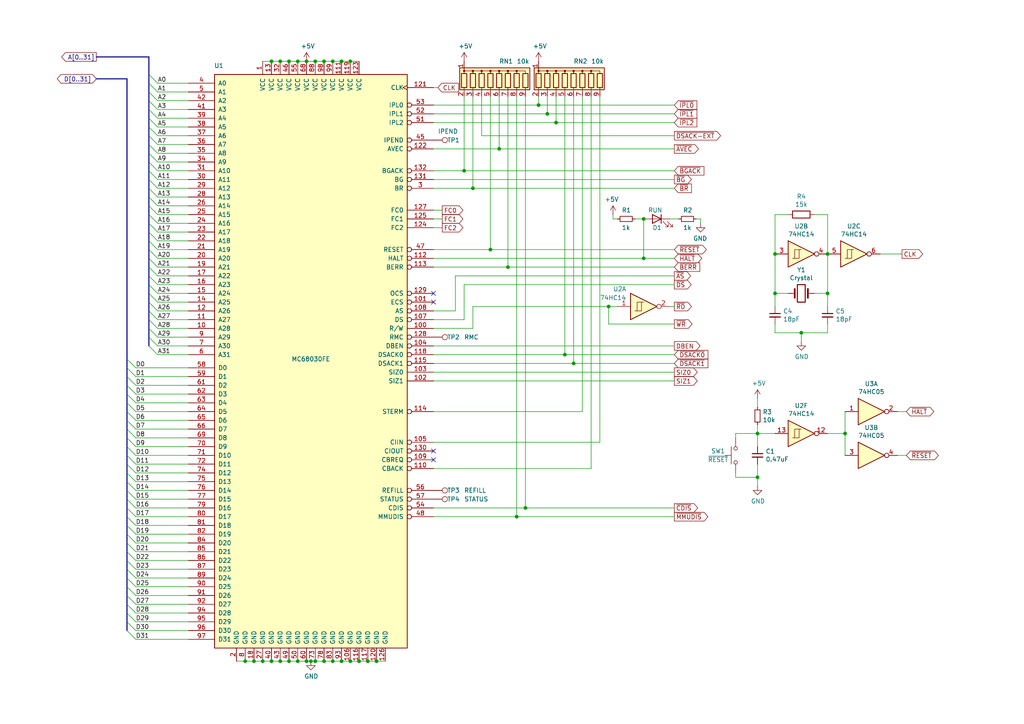
<source format=kicad_sch>
(kicad_sch (version 20230121) (generator eeschema)
  (paper "A4")
  (title_block (title "IVC-k30") (rev "1"))
  (lib_symbols
    (symbol "74xx:74HC14" (pin_names (offset 1.016))
      (property "Reference" "U" (at 0 1.27 0))
      (property "Value" "74HC14" (at 0 -1.27 0))
      (symbol "74HC14_1_0"
        (pin input line (at -7.62 0 0) (length 3.81) (name "~") (number "1"))
        (pin output inverted (at 7.62 0 180) (length 3.81) (name "~") (number "2"))
      )
      (symbol "74HC14_2_0"
        (pin input line (at -7.62 0 0) (length 3.81) (name "~") (number "3"))
        (pin output inverted (at 7.62 0 180) (length 3.81) (name "~") (number "4"))
      )
      (symbol "74HC14_3_0"
        (pin input line (at -7.62 0 0) (length 3.81) (name "~") (number "5"))
        (pin output inverted (at 7.62 0 180) (length 3.81) (name "~") (number "6"))
      )
      (symbol "74HC14_4_0"
        (pin output inverted (at 7.62 0 180) (length 3.81) (name "~") (number "8"))
        (pin input line (at -7.62 0 0) (length 3.81) (name "~") (number "9"))
      )
      (symbol "74HC14_5_0"
        (pin output inverted (at 7.62 0 180) (length 3.81) (name "~") (number "10"))
        (pin input line (at -7.62 0 0) (length 3.81) (name "~") (number "11"))
      )
      (symbol "74HC14_6_0"
        (pin output inverted (at 7.62 0 180) (length 3.81) (name "~") (number "12"))
        (pin input line (at -7.62 0 0) (length 3.81) (name "~") (number "13"))
      )
      (symbol "74HC14_7_0"
        (pin power_in line (at 0 12.7 270) (length 5.08) (name "VCC") (number "14"))
        (pin power_in line (at 0 -12.7 90) (length 5.08) (name "GND") (number "7"))
      )
    )
    (symbol "74xx:74LS05" (pin_names (offset 1.016))
      (property "Reference" "U" (at 0 1.27 0))
      (property "Value" "74LS05" (at 0 -1.27 0))
      (symbol "74LS05_1_0"
        (pin input line (at -7.62 0 0) (length 3.81) (name "~") (number "1"))
        (pin open_collector inverted (at 7.62 0 180) (length 3.81) (name "~") (number "2"))
      )
      (symbol "74LS05_2_0"
        (pin input line (at -7.62 0 0) (length 3.81) (name "~") (number "3"))
        (pin open_collector inverted (at 7.62 0 180) (length 3.81) (name "~") (number "4"))
      )
      (symbol "74LS05_3_0"
        (pin input line (at -7.62 0 0) (length 3.81) (name "~") (number "5"))
        (pin open_collector inverted (at 7.62 0 180) (length 3.81) (name "~") (number "6"))
      )
      (symbol "74LS05_4_0"
        (pin open_collector inverted (at 7.62 0 180) (length 3.81) (name "~") (number "8"))
        (pin input line (at -7.62 0 0) (length 3.81) (name "~") (number "9"))
      )
      (symbol "74LS05_5_0"
        (pin open_collector inverted (at 7.62 0 180) (length 3.81) (name "~") (number "10"))
        (pin input line (at -7.62 0 0) (length 3.81) (name "~") (number "11"))
      )
      (symbol "74LS05_6_0"
        (pin open_collector inverted (at 7.62 0 180) (length 3.81) (name "~") (number "12"))
        (pin input line (at -7.62 0 0) (length 3.81) (name "~") (number "13"))
      )
      (symbol "74LS05_7_0"
        (pin power_in line (at 0 12.7 270) (length 5.08) (name "VCC") (number "14"))
        (pin power_in line (at 0 -12.7 90) (length 5.08) (name "GND") (number "7"))
      )
    )
    (symbol "Computie_68k:MC68030FE" (pin_names (offset 1.016))
      (property "Reference" "U" (at 0 2.54 0))
      (property "Value" "MC68030FE" (at 0 0 0))
      (symbol "MC68030FE_1_1"
        (pin power_in line (at -13.97 86.36 270) (length 3.81) (name "VCC") (number "1"))
        (pin output line (at -35.56 8.89 0) (length 7.62) (name "A28") (number "10"))
        (pin output line (at 35.56 8.89 180) (length 7.62) (name "R/W") (number "100"))
        (pin output inverted (at 35.56 16.51 180) (length 7.62) (name "ECS") (number "101"))
        (pin output line (at 35.56 -6.35 180) (length 7.62) (name "SIZ1") (number "102"))
        (pin output line (at 35.56 -3.81 180) (length 7.62) (name "SIZ0") (number "103"))
        (pin output inverted (at 35.56 3.81 180) (length 7.62) (name "DBEN") (number "104"))
        (pin input inverted (at 35.56 -24.13 180) (length 7.62) (name "CIIN") (number "105"))
        (pin power_in line (at 11.43 -87.63 90) (length 3.81) (name "GND") (number "106"))
        (pin output inverted (at 35.56 11.43 180) (length 7.62) (name "DS") (number "107"))
        (pin output inverted (at 35.56 13.97 180) (length 7.62) (name "AS") (number "108"))
        (pin output inverted (at 35.56 -29.21 180) (length 7.62) (name "CBREQ") (number "109"))
        (pin output line (at -35.56 11.43 0) (length 7.62) (name "A27") (number "11"))
        (pin input inverted (at 35.56 -31.75 180) (length 7.62) (name "CBACK") (number "110"))
        (pin power_in line (at 8.89 86.36 270) (length 3.81) (name "VCC") (number "111"))
        (pin input inverted (at 35.56 29.21 180) (length 7.62) (name "HALT") (number "112"))
        (pin input inverted (at 35.56 26.67 180) (length 7.62) (name "BERR") (number "113"))
        (pin input inverted (at 35.56 -15.24 180) (length 7.62) (name "STERM") (number "114"))
        (pin input inverted (at 35.56 -1.27 180) (length 7.62) (name "DSACK1") (number "115"))
        (pin power_in line (at 13.97 -87.63 90) (length 3.81) (name "GND") (number "116"))
        (pin power_in line (at 16.51 -87.63 90) (length 3.81) (name "GND") (number "117"))
        (pin input inverted (at 35.56 1.27 180) (length 7.62) (name "DSACK0") (number "118"))
        (pin power_in line (at 11.43 86.36 270) (length 3.81) (name "VCC") (number "119"))
        (pin output line (at -35.56 13.97 0) (length 7.62) (name "A26") (number "12"))
        (pin power_in line (at 19.05 -87.63 90) (length 3.81) (name "GND") (number "120"))
        (pin input clock (at 35.56 78.74 180) (length 7.62) (name "CLK") (number "121"))
        (pin input inverted (at 35.56 60.96 180) (length 7.62) (name "AVEC") (number "122"))
        (pin power_in line (at 13.97 86.36 270) (length 3.81) (name "VCC") (number "123"))
        (pin output line (at 35.56 38.1 180) (length 7.62) (name "FC2") (number "124"))
        (pin output line (at 35.56 40.64 180) (length 7.62) (name "FC1") (number "125"))
        (pin power_in line (at 21.59 -87.63 90) (length 3.81) (name "GND") (number "126"))
        (pin output line (at 35.56 43.18 180) (length 7.62) (name "FC0") (number "127"))
        (pin output inverted (at 35.56 6.35 180) (length 7.62) (name "RMC") (number "128"))
        (pin output inverted (at 35.56 19.05 180) (length 7.62) (name "OCS") (number "129"))
        (pin power_in line (at -11.43 86.36 270) (length 3.81) (name "VCC") (number "13"))
        (pin output inverted (at 35.56 -26.67 180) (length 7.62) (name "CIOUT") (number "130"))
        (pin output inverted (at 35.56 52.07 180) (length 7.62) (name "BG") (number "131"))
        (pin input inverted (at 35.56 54.61 180) (length 7.62) (name "BGACK") (number "132"))
        (pin output line (at -35.56 16.51 0) (length 7.62) (name "A25") (number "14"))
        (pin output line (at -35.56 19.05 0) (length 7.62) (name "A24") (number "15"))
        (pin output line (at -35.56 21.59 0) (length 7.62) (name "A23") (number "16"))
        (pin output line (at -35.56 24.13 0) (length 7.62) (name "A22") (number "17"))
        (pin power_in line (at -16.51 -87.63 90) (length 3.81) (name "GND") (number "18"))
        (pin output line (at -35.56 26.67 0) (length 7.62) (name "A21") (number "19"))
        (pin power_in line (at -21.59 -87.63 90) (length 3.81) (name "GND") (number "2"))
        (pin output line (at -35.56 29.21 0) (length 7.62) (name "A20") (number "20"))
        (pin output line (at -35.56 31.75 0) (length 7.62) (name "A19") (number "21"))
        (pin output line (at -35.56 34.29 0) (length 7.62) (name "A18") (number "22"))
        (pin output line (at -35.56 36.83 0) (length 7.62) (name "A17") (number "23"))
        (pin output line (at -35.56 39.37 0) (length 7.62) (name "A16") (number "24"))
        (pin output line (at -35.56 41.91 0) (length 7.62) (name "A15") (number "25"))
        (pin output line (at -35.56 44.45 0) (length 7.62) (name "A14") (number "26"))
        (pin power_in line (at -13.97 -87.63 90) (length 3.81) (name "GND") (number "27"))
        (pin output line (at -35.56 46.99 0) (length 7.62) (name "A13") (number "28"))
        (pin output line (at -35.56 49.53 0) (length 7.62) (name "A12") (number "29"))
        (pin input inverted (at 35.56 49.53 180) (length 7.62) (name "BR") (number "3"))
        (pin output line (at -35.56 52.07 0) (length 7.62) (name "A11") (number "30"))
        (pin output line (at -35.56 54.61 0) (length 7.62) (name "A10") (number "31"))
        (pin power_in line (at -8.89 86.36 270) (length 3.81) (name "VCC") (number "32"))
        (pin no_connect line (at 27.94 -54.61 180) (length 0) hide (name "NC") (number "33"))
        (pin output line (at -35.56 57.15 0) (length 7.62) (name "A9") (number "34"))
        (pin output line (at -35.56 59.69 0) (length 7.62) (name "A8") (number "35"))
        (pin output line (at -35.56 62.23 0) (length 7.62) (name "A7") (number "36"))
        (pin output line (at -35.56 64.77 0) (length 7.62) (name "A6") (number "37"))
        (pin output line (at -35.56 67.31 0) (length 7.62) (name "A5") (number "38"))
        (pin output line (at -35.56 69.85 0) (length 7.62) (name "A4") (number "39"))
        (pin output line (at -35.56 80.01 0) (length 7.62) (name "A0") (number "4"))
        (pin power_in line (at -11.43 -87.63 90) (length 3.81) (name "GND") (number "40"))
        (pin output line (at -35.56 72.39 0) (length 7.62) (name "A3") (number "41"))
        (pin output line (at -35.56 74.93 0) (length 7.62) (name "A2") (number "42"))
        (pin power_in line (at -8.89 -87.63 90) (length 3.81) (name "GND") (number "43"))
        (pin no_connect line (at 27.94 -57.15 180) (length 0) hide (name "NC") (number "44"))
        (pin output inverted (at 35.56 63.5 180) (length 7.62) (name "IPEND") (number "45"))
        (pin power_in line (at -6.35 86.36 270) (length 3.81) (name "VCC") (number "46"))
        (pin bidirectional inverted (at 35.56 31.75 180) (length 7.62) (name "RESET") (number "47"))
        (pin input inverted (at 35.56 -45.72 180) (length 7.62) (name "MMUDIS") (number "48"))
        (pin power_in line (at -6.35 -87.63 90) (length 3.81) (name "GND") (number "49"))
        (pin output line (at -35.56 77.47 0) (length 7.62) (name "A1") (number "5"))
        (pin power_in line (at -3.81 -87.63 90) (length 3.81) (name "GND") (number "50"))
        (pin input inverted (at 35.56 68.58 180) (length 7.62) (name "IPL2") (number "51"))
        (pin input inverted (at 35.56 71.12 180) (length 7.62) (name "IPL1") (number "52"))
        (pin input inverted (at 35.56 73.66 180) (length 7.62) (name "IPL0") (number "53"))
        (pin input inverted (at 35.56 -43.18 180) (length 7.62) (name "CDIS") (number "54"))
        (pin power_in line (at -3.81 86.36 270) (length 3.81) (name "VCC") (number "55"))
        (pin output inverted (at 35.56 -38.1 180) (length 7.62) (name "REFILL") (number "56"))
        (pin output inverted (at 35.56 -40.64 180) (length 7.62) (name "STATUS") (number "57"))
        (pin bidirectional line (at -35.56 -2.54 0) (length 7.62) (name "D0") (number "58"))
        (pin bidirectional line (at -35.56 -5.08 0) (length 7.62) (name "D1") (number "59"))
        (pin output line (at -35.56 1.27 0) (length 7.62) (name "A31") (number "6"))
        (pin power_in line (at -1.27 -87.63 90) (length 3.81) (name "GND") (number "60"))
        (pin bidirectional line (at -35.56 -7.62 0) (length 7.62) (name "D2") (number "61"))
        (pin bidirectional line (at -35.56 -10.16 0) (length 7.62) (name "D3") (number "62"))
        (pin bidirectional line (at -35.56 -12.7 0) (length 7.62) (name "D4") (number "63"))
        (pin bidirectional line (at -35.56 -15.24 0) (length 7.62) (name "D5") (number "64"))
        (pin bidirectional line (at -35.56 -17.78 0) (length 7.62) (name "D6") (number "65"))
        (pin bidirectional line (at -35.56 -20.32 0) (length 7.62) (name "D7") (number "66"))
        (pin no_connect line (at 27.94 -59.69 180) (length 0) hide (name "NC") (number "67"))
        (pin power_in line (at -1.27 86.36 270) (length 3.81) (name "VCC") (number "68"))
        (pin bidirectional line (at -35.56 -22.86 0) (length 7.62) (name "D8") (number "69"))
        (pin output line (at -35.56 3.81 0) (length 7.62) (name "A30") (number "7"))
        (pin bidirectional line (at -35.56 -25.4 0) (length 7.62) (name "D9") (number "70"))
        (pin bidirectional line (at -35.56 -27.94 0) (length 7.62) (name "D10") (number "71"))
        (pin bidirectional line (at -35.56 -30.48 0) (length 7.62) (name "D11") (number "72"))
        (pin power_in line (at 1.27 -87.63 90) (length 3.81) (name "GND") (number "73"))
        (pin bidirectional line (at -35.56 -33.02 0) (length 7.62) (name "D12") (number "74"))
        (pin bidirectional line (at -35.56 -35.56 0) (length 7.62) (name "D13") (number "75"))
        (pin bidirectional line (at -35.56 -38.1 0) (length 7.62) (name "D14") (number "76"))
        (pin bidirectional line (at -35.56 -40.64 0) (length 7.62) (name "D15") (number "77"))
        (pin power_in line (at 3.81 -87.63 90) (length 3.81) (name "GND") (number "78"))
        (pin bidirectional line (at -35.56 -43.18 0) (length 7.62) (name "D16") (number "79"))
        (pin power_in line (at -19.05 -87.63 90) (length 3.81) (name "GND") (number "8"))
        (pin bidirectional line (at -35.56 -45.72 0) (length 7.62) (name "D17") (number "80"))
        (pin bidirectional line (at -35.56 -48.26 0) (length 7.62) (name "D18") (number "81"))
        (pin bidirectional line (at -35.56 -50.8 0) (length 7.62) (name "D19") (number "82"))
        (pin power_in line (at 6.35 -87.63 90) (length 3.81) (name "GND") (number "83"))
        (pin bidirectional line (at -35.56 -53.34 0) (length 7.62) (name "D20") (number "84"))
        (pin bidirectional line (at -35.56 -55.88 0) (length 7.62) (name "D21") (number "85"))
        (pin bidirectional line (at -35.56 -58.42 0) (length 7.62) (name "D22") (number "86"))
        (pin bidirectional line (at -35.56 -60.96 0) (length 7.62) (name "D23") (number "87"))
        (pin power_in line (at 1.27 86.36 270) (length 3.81) (name "VCC") (number "88"))
        (pin bidirectional line (at -35.56 -63.5 0) (length 7.62) (name "D24") (number "89"))
        (pin output line (at -35.56 6.35 0) (length 7.62) (name "A29") (number "9"))
        (pin bidirectional line (at -35.56 -66.04 0) (length 7.62) (name "D25") (number "90"))
        (pin bidirectional line (at -35.56 -68.58 0) (length 7.62) (name "D26") (number "91"))
        (pin bidirectional line (at -35.56 -71.12 0) (length 7.62) (name "D27") (number "92"))
        (pin power_in line (at 8.89 -87.63 90) (length 3.81) (name "GND") (number "93"))
        (pin bidirectional line (at -35.56 -73.66 0) (length 7.62) (name "D28") (number "94"))
        (pin bidirectional line (at -35.56 -76.2 0) (length 7.62) (name "D29") (number "95"))
        (pin bidirectional line (at -35.56 -78.74 0) (length 7.62) (name "D30") (number "96"))
        (pin bidirectional line (at -35.56 -81.28 0) (length 7.62) (name "D31") (number "97"))
        (pin power_in line (at 3.81 86.36 270) (length 3.81) (name "VCC") (number "98"))
        (pin power_in line (at 6.35 86.36 270) (length 3.81) (name "VCC") (number "99"))
      )
    )
    (symbol "Connector:TestPoint" (pin_numbers hide) (pin_names (offset 0.762) hide)
      (property "Reference" "TP" (at 0 6.858 0))
      (property "Value" "TestPoint" (at 0 5.08 0))
      (symbol "TestPoint_1_1"
        (pin passive line (at 0 0 90) (length 2.54) (name "1") (number "1"))
      )
    )
    (symbol "Device:C_Small" (pin_numbers hide) (pin_names (offset 0.254) hide)
      (property "Reference" "C" (at 0.254 1.778 0))
      (property "Value" "C_Small" (at 0.254 -2.032 0))
      (symbol "C_Small_1_1"
        (pin passive line (at 0 2.54 270) (length 2.032) (name "~") (number "1"))
        (pin passive line (at 0 -2.54 90) (length 2.032) (name "~") (number "2"))
      )
    )
    (symbol "Device:Crystal" (pin_numbers hide) (pin_names (offset 1.016) hide)
      (property "Reference" "Y" (at 0 3.81 0))
      (property "Value" "Crystal" (at 0 -3.81 0))
      (symbol "Crystal_1_1"
        (pin passive line (at -3.81 0 0) (length 1.27) (name "1") (number "1"))
        (pin passive line (at 3.81 0 180) (length 1.27) (name "2") (number "2"))
      )
    )
    (symbol "Device:LED" (pin_numbers hide) (pin_names (offset 1.016) hide)
      (property "Reference" "D" (at 0 2.54 0))
      (property "Value" "LED" (at 0 -2.54 0))
      (symbol "LED_1_1"
        (pin passive line (at -3.81 0 0) (length 2.54) (name "K") (number "1"))
        (pin passive line (at 3.81 0 180) (length 2.54) (name "A") (number "2"))
      )
    )
    (symbol "Device:R" (pin_numbers hide) (pin_names (offset 0))
      (property "Reference" "R" (at 2.032 0 90))
      (property "Value" "R" (at 0 0 90))
      (symbol "R_1_1"
        (pin passive line (at 0 3.81 270) (length 1.27) (name "~") (number "1"))
        (pin passive line (at 0 -3.81 90) (length 1.27) (name "~") (number "2"))
      )
    )
    (symbol "Device:R_Network08" (pin_names (offset 0) hide)
      (property "Reference" "RN" (at -12.7 0 90))
      (property "Value" "R_Network08" (at 10.16 0 90))
      (symbol "R_Network08_1_1"
        (pin passive line (at -10.16 5.08 270) (length 2.54) (name "common") (number "1"))
        (pin passive line (at -10.16 -5.08 90) (length 1.27) (name "R1") (number "2"))
        (pin passive line (at -7.62 -5.08 90) (length 1.27) (name "R2") (number "3"))
        (pin passive line (at -5.08 -5.08 90) (length 1.27) (name "R3") (number "4"))
        (pin passive line (at -2.54 -5.08 90) (length 1.27) (name "R4") (number "5"))
        (pin passive line (at 0 -5.08 90) (length 1.27) (name "R5") (number "6"))
        (pin passive line (at 2.54 -5.08 90) (length 1.27) (name "R6") (number "7"))
        (pin passive line (at 5.08 -5.08 90) (length 1.27) (name "R7") (number "8"))
        (pin passive line (at 7.62 -5.08 90) (length 1.27) (name "R8") (number "9"))
      )
    )
    (symbol "Device:R_Small" (pin_numbers hide) (pin_names (offset 0.254) hide)
      (property "Reference" "R" (at 0.762 0.508 0))
      (property "Value" "R_Small" (at 0.762 -1.016 0))
      (symbol "R_Small_1_1"
        (pin passive line (at 0 2.54 270) (length 0.762) (name "~") (number "1"))
        (pin passive line (at 0 -2.54 90) (length 0.762) (name "~") (number "2"))
      )
    )
    (symbol "Switch:SW_Push" (pin_numbers hide) (pin_names (offset 1.016) hide)
      (property "Reference" "SW" (at 1.27 2.54 0))
      (property "Value" "SW_Push" (at 0 -1.524 0))
      (symbol "SW_Push_0_1"
        (pin passive line (at -5.08 0 0) (length 2.54) (name "1") (number "1"))
        (pin passive line (at 5.08 0 180) (length 2.54) (name "2") (number "2"))
      )
    )
    (symbol "power:+5V" (power) (pin_names (offset 0))
      (property "Value" "+5V" (at 0 3.556 0))
      (symbol "+5V_1_1"
        (pin power_in line (at 0 0 90) (length 0) hide (name "+5V") (number "1"))
      )
    )
    (symbol "power:GND" (power) (pin_names (offset 0))
      (property "Value" "GND" (at 0 -3.81 0))
      (symbol "GND_1_1"
        (pin power_in line (at 0 0 270) (length 0) hide (name "GND") (number "1"))
      )
    )
  )
  (junction (at 71.12 191.77))
  (junction (at 83.82 191.77))
  (junction (at 101.6 17.78))
  (junction (at 144.78 43.18))
  (junction (at 78.74 17.78))
  (junction (at 88.9 191.77))
  (junction (at 240.03 73.66))
  (junction (at 158.75 33.02))
  (junction (at 104.14 191.77))
  (junction (at 134.62 49.53))
  (junction (at 86.36 191.77))
  (junction (at 186.69 74.93))
  (junction (at 232.41 96.52))
  (junction (at 137.16 54.61))
  (junction (at 224.79 85.09))
  (junction (at 109.22 191.77))
  (junction (at 166.37 105.41))
  (junction (at 99.06 191.77))
  (junction (at 152.4 147.32))
  (junction (at 142.24 72.39))
  (junction (at 156.21 30.48))
  (junction (at 81.28 17.78))
  (junction (at 163.83 102.87))
  (junction (at 81.28 191.77))
  (junction (at 186.69 63.5))
  (junction (at 76.2 191.77))
  (junction (at 73.66 191.77))
  (junction (at 91.44 17.78))
  (junction (at 91.44 191.77))
  (junction (at 88.9 17.78))
  (junction (at 96.52 17.78))
  (junction (at 86.36 17.78))
  (junction (at 224.79 73.66))
  (junction (at 83.82 17.78))
  (junction (at 176.53 88.9))
  (junction (at 78.74 191.77))
  (junction (at 93.98 17.78))
  (junction (at 99.06 17.78))
  (junction (at 149.86 149.86))
  (junction (at 96.52 191.77))
  (junction (at 245.11 125.73))
  (junction (at 147.32 77.47))
  (junction (at 219.71 138.43))
  (junction (at 161.29 35.56))
  (junction (at 90.17 191.77))
  (junction (at 93.98 191.77))
  (junction (at 106.68 191.77))
  (junction (at 219.71 125.73))
  (junction (at 101.6 191.77))
  (junction (at 240.03 85.09))
  (no_connect (at 125.73 85.09))
  (no_connect (at 125.73 130.81))
  (no_connect (at 125.73 87.63))
  (no_connect (at 125.73 133.35))
  (bus_entry (at 43.18 26.67) (size 2.54 2.54))
  (bus_entry (at 36.83 180.34) (size 2.54 2.54))
  (bus_entry (at 36.83 149.86) (size 2.54 2.54))
  (bus_entry (at 36.83 134.62) (size 2.54 2.54))
  (bus_entry (at 36.83 114.3) (size 2.54 2.54))
  (bus_entry (at 36.83 152.4) (size 2.54 2.54))
  (bus_entry (at 43.18 100.33) (size 2.54 2.54))
  (bus_entry (at 43.18 52.07) (size 2.54 2.54))
  (bus_entry (at 43.18 90.17) (size 2.54 2.54))
  (bus_entry (at 43.18 39.37) (size 2.54 2.54))
  (bus_entry (at 43.18 46.99) (size 2.54 2.54))
  (bus_entry (at 43.18 72.39) (size 2.54 2.54))
  (bus_entry (at 36.83 124.46) (size 2.54 2.54))
  (bus_entry (at 43.18 92.71) (size 2.54 2.54))
  (bus_entry (at 43.18 59.69) (size 2.54 2.54))
  (bus_entry (at 36.83 106.68) (size 2.54 2.54))
  (bus_entry (at 43.18 77.47) (size 2.54 2.54))
  (bus_entry (at 43.18 49.53) (size 2.54 2.54))
  (bus_entry (at 36.83 132.08) (size 2.54 2.54))
  (bus_entry (at 36.83 177.8) (size 2.54 2.54))
  (bus_entry (at 36.83 167.64) (size 2.54 2.54))
  (bus_entry (at 43.18 82.55) (size 2.54 2.54))
  (bus_entry (at 36.83 144.78) (size 2.54 2.54))
  (bus_entry (at 43.18 97.79) (size 2.54 2.54))
  (bus_entry (at 36.83 142.24) (size 2.54 2.54))
  (bus_entry (at 36.83 172.72) (size 2.54 2.54))
  (bus_entry (at 36.83 129.54) (size 2.54 2.54))
  (bus_entry (at 43.18 67.31) (size 2.54 2.54))
  (bus_entry (at 36.83 111.76) (size 2.54 2.54))
  (bus_entry (at 43.18 44.45) (size 2.54 2.54))
  (bus_entry (at 43.18 54.61) (size 2.54 2.54))
  (bus_entry (at 36.83 147.32) (size 2.54 2.54))
  (bus_entry (at 36.83 165.1) (size 2.54 2.54))
  (bus_entry (at 43.18 64.77) (size 2.54 2.54))
  (bus_entry (at 43.18 62.23) (size 2.54 2.54))
  (bus_entry (at 36.83 119.38) (size 2.54 2.54))
  (bus_entry (at 36.83 160.02) (size 2.54 2.54))
  (bus_entry (at 36.83 127) (size 2.54 2.54))
  (bus_entry (at 43.18 80.01) (size 2.54 2.54))
  (bus_entry (at 36.83 157.48) (size 2.54 2.54))
  (bus_entry (at 43.18 34.29) (size 2.54 2.54))
  (bus_entry (at 36.83 104.14) (size 2.54 2.54))
  (bus_entry (at 36.83 116.84) (size 2.54 2.54))
  (bus_entry (at 36.83 137.16) (size 2.54 2.54))
  (bus_entry (at 43.18 21.59) (size 2.54 2.54))
  (bus_entry (at 36.83 162.56) (size 2.54 2.54))
  (bus_entry (at 43.18 95.25) (size 2.54 2.54))
  (bus_entry (at 43.18 87.63) (size 2.54 2.54))
  (bus_entry (at 36.83 109.22) (size 2.54 2.54))
  (bus_entry (at 43.18 24.13) (size 2.54 2.54))
  (bus_entry (at 43.18 36.83) (size 2.54 2.54))
  (bus_entry (at 43.18 29.21) (size 2.54 2.54))
  (bus_entry (at 36.83 139.7) (size 2.54 2.54))
  (bus_entry (at 43.18 31.75) (size 2.54 2.54))
  (bus_entry (at 43.18 74.93) (size 2.54 2.54))
  (bus_entry (at 36.83 170.18) (size 2.54 2.54))
  (bus_entry (at 36.83 121.92) (size 2.54 2.54))
  (bus_entry (at 43.18 41.91) (size 2.54 2.54))
  (bus_entry (at 36.83 182.88) (size 2.54 2.54))
  (bus_entry (at 43.18 85.09) (size 2.54 2.54))
  (bus_entry (at 43.18 57.15) (size 2.54 2.54))
  (bus_entry (at 43.18 69.85) (size 2.54 2.54))
  (bus_entry (at 36.83 175.26) (size 2.54 2.54))
  (bus_entry (at 36.83 154.94) (size 2.54 2.54))
  (wire (pts (xy 196.85 63.5) (xy 194.31 63.5)))
  (bus (pts (xy 43.18 41.91) (xy 43.18 44.45)))
  (bus (pts (xy 43.18 62.23) (xy 43.18 64.77)))
  (wire (pts (xy 125.73 92.71) (xy 134.62 92.71)))
  (wire (pts (xy 125.73 102.87) (xy 163.83 102.87)))
  (wire (pts (xy 158.75 33.02) (xy 195.58 33.02)))
  (wire (pts (xy 39.37 132.08) (xy 54.61 132.08)))
  (wire (pts (xy 90.17 191.77) (xy 91.44 191.77)))
  (wire (pts (xy 45.72 97.79) (xy 54.61 97.79)))
  (bus (pts (xy 43.18 16.51) (xy 27.94 16.51)))
  (wire (pts (xy 39.37 121.92) (xy 54.61 121.92)))
  (wire (pts (xy 166.37 27.94) (xy 166.37 105.41)))
  (wire (pts (xy 168.91 27.94) (xy 168.91 119.38)))
  (bus (pts (xy 36.83 104.14) (xy 36.83 106.68)))
  (wire (pts (xy 240.03 73.66) (xy 240.03 85.09)))
  (bus (pts (xy 43.18 69.85) (xy 43.18 72.39)))
  (wire (pts (xy 91.44 17.78) (xy 93.98 17.78)))
  (wire (pts (xy 45.72 46.99) (xy 54.61 46.99)))
  (bus (pts (xy 36.83 106.68) (xy 36.83 109.22)))
  (bus (pts (xy 43.18 49.53) (xy 43.18 52.07)))
  (wire (pts (xy 163.83 27.94) (xy 163.83 102.87)))
  (wire (pts (xy 125.73 30.48) (xy 156.21 30.48)))
  (wire (pts (xy 106.68 191.77) (xy 109.22 191.77)))
  (wire (pts (xy 45.72 64.77) (xy 54.61 64.77)))
  (wire (pts (xy 213.36 137.16) (xy 213.36 138.43)))
  (wire (pts (xy 171.45 135.89) (xy 171.45 27.94)))
  (bus (pts (xy 36.83 114.3) (xy 36.83 116.84)))
  (wire (pts (xy 45.72 80.01) (xy 54.61 80.01)))
  (wire (pts (xy 39.37 149.86) (xy 54.61 149.86)))
  (wire (pts (xy 161.29 35.56) (xy 195.58 35.56)))
  (wire (pts (xy 125.73 63.5) (xy 128.27 63.5)))
  (bus (pts (xy 43.18 64.77) (xy 43.18 67.31)))
  (wire (pts (xy 224.79 96.52) (xy 232.41 96.52)))
  (wire (pts (xy 224.79 96.52) (xy 224.79 93.98)))
  (wire (pts (xy 45.72 44.45) (xy 54.61 44.45)))
  (bus (pts (xy 36.83 139.7) (xy 36.83 142.24)))
  (wire (pts (xy 76.2 17.78) (xy 78.74 17.78)))
  (bus (pts (xy 43.18 67.31) (xy 43.18 69.85)))
  (wire (pts (xy 39.37 119.38) (xy 54.61 119.38)))
  (bus (pts (xy 43.18 46.99) (xy 43.18 49.53)))
  (wire (pts (xy 158.75 33.02) (xy 158.75 27.94)))
  (wire (pts (xy 68.58 191.77) (xy 71.12 191.77)))
  (wire (pts (xy 139.7 27.94) (xy 139.7 39.37)))
  (wire (pts (xy 71.12 191.77) (xy 73.66 191.77)))
  (wire (pts (xy 137.16 95.25) (xy 137.16 88.9)))
  (wire (pts (xy 45.72 31.75) (xy 54.61 31.75)))
  (bus (pts (xy 43.18 31.75) (xy 43.18 34.29)))
  (wire (pts (xy 99.06 191.77) (xy 101.6 191.77)))
  (bus (pts (xy 36.83 152.4) (xy 36.83 154.94)))
  (wire (pts (xy 39.37 139.7) (xy 54.61 139.7)))
  (wire (pts (xy 104.14 191.77) (xy 106.68 191.77)))
  (bus (pts (xy 43.18 24.13) (xy 43.18 26.67)))
  (wire (pts (xy 45.72 39.37) (xy 54.61 39.37)))
  (bus (pts (xy 36.83 160.02) (xy 36.83 162.56)))
  (wire (pts (xy 88.9 191.77) (xy 90.17 191.77)))
  (wire (pts (xy 125.73 25.4) (xy 127 25.4)))
  (bus (pts (xy 36.83 149.86) (xy 36.83 152.4)))
  (wire (pts (xy 45.72 59.69) (xy 54.61 59.69)))
  (wire (pts (xy 144.78 43.18) (xy 195.58 43.18)))
  (wire (pts (xy 240.03 93.98) (xy 240.03 96.52)))
  (wire (pts (xy 144.78 27.94) (xy 144.78 43.18)))
  (wire (pts (xy 203.2 63.5) (xy 201.93 63.5)))
  (wire (pts (xy 45.72 24.13) (xy 54.61 24.13)))
  (wire (pts (xy 134.62 82.55) (xy 134.62 92.71)))
  (bus (pts (xy 43.18 21.59) (xy 43.18 24.13)))
  (bus (pts (xy 43.18 97.79) (xy 43.18 100.33)))
  (wire (pts (xy 88.9 17.78) (xy 91.44 17.78)))
  (wire (pts (xy 39.37 180.34) (xy 54.61 180.34)))
  (bus (pts (xy 36.83 142.24) (xy 36.83 144.78)))
  (bus (pts (xy 36.83 22.86) (xy 36.83 104.14)))
  (wire (pts (xy 39.37 109.22) (xy 54.61 109.22)))
  (wire (pts (xy 83.82 191.77) (xy 86.36 191.77)))
  (wire (pts (xy 125.73 147.32) (xy 152.4 147.32)))
  (wire (pts (xy 166.37 105.41) (xy 195.58 105.41)))
  (bus (pts (xy 36.83 157.48) (xy 36.83 160.02)))
  (wire (pts (xy 45.72 34.29) (xy 54.61 34.29)))
  (wire (pts (xy 39.37 129.54) (xy 54.61 129.54)))
  (wire (pts (xy 99.06 17.78) (xy 101.6 17.78)))
  (wire (pts (xy 132.08 90.17) (xy 125.73 90.17)))
  (wire (pts (xy 163.83 102.87) (xy 195.58 102.87)))
  (wire (pts (xy 109.22 191.77) (xy 111.76 191.77)))
  (wire (pts (xy 39.37 134.62) (xy 54.61 134.62)))
  (wire (pts (xy 81.28 191.77) (xy 83.82 191.77)))
  (wire (pts (xy 240.03 85.09) (xy 240.03 88.9)))
  (wire (pts (xy 213.36 127) (xy 213.36 125.73)))
  (bus (pts (xy 36.83 132.08) (xy 36.83 134.62)))
  (wire (pts (xy 125.73 128.27) (xy 173.99 128.27)))
  (wire (pts (xy 134.62 49.53) (xy 134.62 27.94)))
  (wire (pts (xy 137.16 54.61) (xy 195.58 54.61)))
  (wire (pts (xy 149.86 27.94) (xy 149.86 149.86)))
  (wire (pts (xy 176.53 93.98) (xy 195.58 93.98)))
  (wire (pts (xy 168.91 119.38) (xy 125.73 119.38)))
  (wire (pts (xy 39.37 124.46) (xy 54.61 124.46)))
  (wire (pts (xy 137.16 54.61) (xy 137.16 27.94)))
  (wire (pts (xy 39.37 142.24) (xy 54.61 142.24)))
  (wire (pts (xy 147.32 77.47) (xy 147.32 27.94)))
  (wire (pts (xy 45.72 77.47) (xy 54.61 77.47)))
  (wire (pts (xy 91.44 191.77) (xy 93.98 191.77)))
  (wire (pts (xy 245.11 125.73) (xy 240.03 125.73)))
  (wire (pts (xy 39.37 106.68) (xy 54.61 106.68)))
  (wire (pts (xy 93.98 17.78) (xy 96.52 17.78)))
  (wire (pts (xy 139.7 39.37) (xy 195.58 39.37)))
  (bus (pts (xy 36.83 134.62) (xy 36.83 137.16)))
  (wire (pts (xy 245.11 125.73) (xy 245.11 132.08)))
  (wire (pts (xy 45.72 36.83) (xy 54.61 36.83)))
  (bus (pts (xy 36.83 172.72) (xy 36.83 175.26)))
  (wire (pts (xy 45.72 26.67) (xy 54.61 26.67)))
  (wire (pts (xy 125.73 95.25) (xy 137.16 95.25)))
  (bus (pts (xy 43.18 44.45) (xy 43.18 46.99)))
  (wire (pts (xy 125.73 149.86) (xy 149.86 149.86)))
  (bus (pts (xy 36.83 121.92) (xy 36.83 124.46)))
  (wire (pts (xy 260.35 132.08) (xy 262.89 132.08)))
  (bus (pts (xy 43.18 16.51) (xy 43.18 21.59)))
  (wire (pts (xy 45.72 49.53) (xy 54.61 49.53)))
  (wire (pts (xy 232.41 96.52) (xy 232.41 99.06)))
  (bus (pts (xy 36.83 111.76) (xy 36.83 114.3)))
  (wire (pts (xy 45.72 85.09) (xy 54.61 85.09)))
  (wire (pts (xy 224.79 85.09) (xy 228.6 85.09)))
  (wire (pts (xy 101.6 191.77) (xy 104.14 191.77)))
  (wire (pts (xy 125.73 74.93) (xy 186.69 74.93)))
  (wire (pts (xy 39.37 185.42) (xy 54.61 185.42)))
  (wire (pts (xy 132.08 80.01) (xy 195.58 80.01)))
  (wire (pts (xy 96.52 17.78) (xy 99.06 17.78)))
  (wire (pts (xy 125.73 60.96) (xy 128.27 60.96)))
  (wire (pts (xy 219.71 125.73) (xy 219.71 129.54)))
  (wire (pts (xy 236.22 85.09) (xy 240.03 85.09)))
  (wire (pts (xy 152.4 27.94) (xy 152.4 147.32)))
  (wire (pts (xy 219.71 125.73) (xy 219.71 123.19)))
  (wire (pts (xy 45.72 95.25) (xy 54.61 95.25)))
  (bus (pts (xy 36.83 116.84) (xy 36.83 119.38)))
  (bus (pts (xy 43.18 29.21) (xy 43.18 31.75)))
  (bus (pts (xy 43.18 95.25) (xy 43.18 97.79)))
  (wire (pts (xy 177.8 63.5) (xy 177.8 62.23)))
  (wire (pts (xy 45.72 57.15) (xy 54.61 57.15)))
  (bus (pts (xy 43.18 57.15) (xy 43.18 59.69)))
  (wire (pts (xy 262.89 119.38) (xy 260.35 119.38)))
  (bus (pts (xy 43.18 85.09) (xy 43.18 87.63)))
  (bus (pts (xy 36.83 165.1) (xy 36.83 167.64)))
  (wire (pts (xy 203.2 63.5) (xy 203.2 64.77)))
  (wire (pts (xy 125.73 43.18) (xy 144.78 43.18)))
  (wire (pts (xy 161.29 35.56) (xy 161.29 27.94)))
  (bus (pts (xy 36.83 170.18) (xy 36.83 172.72)))
  (bus (pts (xy 36.83 167.64) (xy 36.83 170.18)))
  (wire (pts (xy 39.37 137.16) (xy 54.61 137.16)))
  (wire (pts (xy 125.73 54.61) (xy 137.16 54.61)))
  (wire (pts (xy 76.2 191.77) (xy 78.74 191.77)))
  (bus (pts (xy 36.83 109.22) (xy 36.83 111.76)))
  (wire (pts (xy 39.37 162.56) (xy 54.61 162.56)))
  (bus (pts (xy 43.18 26.67) (xy 43.18 29.21)))
  (wire (pts (xy 245.11 119.38) (xy 245.11 125.73)))
  (wire (pts (xy 125.73 135.89) (xy 171.45 135.89)))
  (wire (pts (xy 156.21 30.48) (xy 195.58 30.48)))
  (bus (pts (xy 36.83 137.16) (xy 36.83 139.7)))
  (bus (pts (xy 43.18 52.07) (xy 43.18 54.61)))
  (bus (pts (xy 36.83 154.94) (xy 36.83 157.48)))
  (wire (pts (xy 45.72 74.93) (xy 54.61 74.93)))
  (bus (pts (xy 43.18 82.55) (xy 43.18 85.09)))
  (wire (pts (xy 125.73 49.53) (xy 134.62 49.53)))
  (wire (pts (xy 39.37 147.32) (xy 54.61 147.32)))
  (bus (pts (xy 43.18 90.17) (xy 43.18 92.71)))
  (wire (pts (xy 125.73 77.47) (xy 147.32 77.47)))
  (wire (pts (xy 125.73 33.02) (xy 158.75 33.02)))
  (wire (pts (xy 224.79 73.66) (xy 224.79 85.09)))
  (wire (pts (xy 39.37 152.4) (xy 54.61 152.4)))
  (wire (pts (xy 125.73 105.41) (xy 166.37 105.41)))
  (wire (pts (xy 147.32 77.47) (xy 195.58 77.47)))
  (bus (pts (xy 43.18 87.63) (xy 43.18 90.17)))
  (wire (pts (xy 173.99 27.94) (xy 173.99 128.27)))
  (bus (pts (xy 36.83 124.46) (xy 36.83 127)))
  (wire (pts (xy 177.8 63.5) (xy 179.07 63.5)))
  (wire (pts (xy 45.72 67.31) (xy 54.61 67.31)))
  (bus (pts (xy 36.83 129.54) (xy 36.83 132.08)))
  (bus (pts (xy 36.83 162.56) (xy 36.83 165.1)))
  (bus (pts (xy 43.18 39.37) (xy 43.18 41.91)))
  (wire (pts (xy 149.86 149.86) (xy 195.58 149.86)))
  (wire (pts (xy 39.37 182.88) (xy 54.61 182.88)))
  (wire (pts (xy 39.37 165.1) (xy 54.61 165.1)))
  (bus (pts (xy 43.18 80.01) (xy 43.18 82.55)))
  (wire (pts (xy 228.6 62.23) (xy 224.79 62.23)))
  (bus (pts (xy 43.18 54.61) (xy 43.18 57.15)))
  (wire (pts (xy 134.62 49.53) (xy 195.58 49.53)))
  (wire (pts (xy 186.69 74.93) (xy 195.58 74.93)))
  (bus (pts (xy 36.83 175.26) (xy 36.83 177.8)))
  (wire (pts (xy 125.73 72.39) (xy 142.24 72.39)))
  (wire (pts (xy 45.72 29.21) (xy 54.61 29.21)))
  (wire (pts (xy 232.41 96.52) (xy 240.03 96.52)))
  (bus (pts (xy 36.83 177.8) (xy 36.83 180.34)))
  (bus (pts (xy 43.18 59.69) (xy 43.18 62.23)))
  (wire (pts (xy 39.37 111.76) (xy 54.61 111.76)))
  (wire (pts (xy 45.72 54.61) (xy 54.61 54.61)))
  (wire (pts (xy 152.4 147.32) (xy 195.58 147.32)))
  (wire (pts (xy 219.71 134.62) (xy 219.71 138.43)))
  (wire (pts (xy 86.36 191.77) (xy 88.9 191.77)))
  (bus (pts (xy 36.83 180.34) (xy 36.83 182.88)))
  (wire (pts (xy 81.28 17.78) (xy 83.82 17.78)))
  (wire (pts (xy 39.37 160.02) (xy 54.61 160.02)))
  (wire (pts (xy 73.66 191.77) (xy 76.2 191.77)))
  (wire (pts (xy 101.6 17.78) (xy 104.14 17.78)))
  (wire (pts (xy 45.72 87.63) (xy 54.61 87.63)))
  (wire (pts (xy 83.82 17.78) (xy 86.36 17.78)))
  (wire (pts (xy 142.24 27.94) (xy 142.24 72.39)))
  (bus (pts (xy 43.18 77.47) (xy 43.18 80.01)))
  (bus (pts (xy 43.18 74.93) (xy 43.18 77.47)))
  (wire (pts (xy 96.52 191.77) (xy 99.06 191.77)))
  (wire (pts (xy 39.37 154.94) (xy 54.61 154.94)))
  (wire (pts (xy 39.37 144.78) (xy 54.61 144.78)))
  (wire (pts (xy 134.62 82.55) (xy 195.58 82.55)))
  (wire (pts (xy 224.79 85.09) (xy 224.79 88.9)))
  (wire (pts (xy 39.37 172.72) (xy 54.61 172.72)))
  (wire (pts (xy 224.79 62.23) (xy 224.79 73.66)))
  (wire (pts (xy 45.72 82.55) (xy 54.61 82.55)))
  (wire (pts (xy 125.73 107.95) (xy 195.58 107.95)))
  (wire (pts (xy 255.27 73.66) (xy 261.62 73.66)))
  (wire (pts (xy 213.36 125.73) (xy 219.71 125.73)))
  (wire (pts (xy 219.71 140.97) (xy 219.71 138.43)))
  (bus (pts (xy 43.18 92.71) (xy 43.18 95.25)))
  (wire (pts (xy 39.37 170.18) (xy 54.61 170.18)))
  (wire (pts (xy 78.74 17.78) (xy 81.28 17.78)))
  (wire (pts (xy 125.73 52.07) (xy 195.58 52.07)))
  (wire (pts (xy 213.36 138.43) (xy 219.71 138.43)))
  (wire (pts (xy 45.72 72.39) (xy 54.61 72.39)))
  (wire (pts (xy 132.08 80.01) (xy 132.08 90.17)))
  (bus (pts (xy 36.83 119.38) (xy 36.83 121.92)))
  (wire (pts (xy 86.36 17.78) (xy 88.9 17.78)))
  (wire (pts (xy 45.72 90.17) (xy 54.61 90.17)))
  (wire (pts (xy 78.74 191.77) (xy 81.28 191.77)))
  (bus (pts (xy 36.83 22.86) (xy 27.94 22.86)))
  (wire (pts (xy 39.37 175.26) (xy 54.61 175.26)))
  (bus (pts (xy 36.83 147.32) (xy 36.83 149.86)))
  (wire (pts (xy 39.37 116.84) (xy 54.61 116.84)))
  (wire (pts (xy 39.37 114.3) (xy 54.61 114.3)))
  (wire (pts (xy 137.16 88.9) (xy 176.53 88.9)))
  (wire (pts (xy 224.79 125.73) (xy 219.71 125.73)))
  (bus (pts (xy 43.18 34.29) (xy 43.18 36.83)))
  (wire (pts (xy 194.31 88.9) (xy 195.58 88.9)))
  (wire (pts (xy 45.72 52.07) (xy 54.61 52.07)))
  (wire (pts (xy 176.53 88.9) (xy 179.07 88.9)))
  (bus (pts (xy 43.18 36.83) (xy 43.18 39.37)))
  (wire (pts (xy 240.03 62.23) (xy 240.03 73.66)))
  (wire (pts (xy 142.24 72.39) (xy 195.58 72.39)))
  (wire (pts (xy 45.72 69.85) (xy 54.61 69.85)))
  (wire (pts (xy 236.22 62.23) (xy 240.03 62.23)))
  (wire (pts (xy 45.72 92.71) (xy 54.61 92.71)))
  (wire (pts (xy 45.72 102.87) (xy 54.61 102.87)))
  (wire (pts (xy 219.71 115.57) (xy 219.71 118.11)))
  (wire (pts (xy 93.98 191.77) (xy 96.52 191.77)))
  (bus (pts (xy 36.83 144.78) (xy 36.83 147.32)))
  (wire (pts (xy 125.73 100.33) (xy 195.58 100.33)))
  (wire (pts (xy 39.37 177.8) (xy 54.61 177.8)))
  (wire (pts (xy 125.73 35.56) (xy 161.29 35.56)))
  (wire (pts (xy 195.58 110.49) (xy 125.73 110.49)))
  (wire (pts (xy 186.69 63.5) (xy 186.69 74.93)))
  (bus (pts (xy 43.18 72.39) (xy 43.18 74.93)))
  (wire (pts (xy 39.37 127) (xy 54.61 127)))
  (wire (pts (xy 184.15 63.5) (xy 186.69 63.5)))
  (wire (pts (xy 39.37 167.64) (xy 54.61 167.64)))
  (wire (pts (xy 39.37 157.48) (xy 54.61 157.48)))
  (wire (pts (xy 45.72 41.91) (xy 54.61 41.91)))
  (bus (pts (xy 36.83 127) (xy 36.83 129.54)))
  (wire (pts (xy 45.72 100.33) (xy 54.61 100.33)))
  (wire (pts (xy 45.72 62.23) (xy 54.61 62.23)))
  (wire (pts (xy 176.53 93.98) (xy 176.53 88.9)))
  (wire (pts (xy 156.21 30.48) (xy 156.21 27.94)))
  (wire (pts (xy 125.73 66.04) (xy 128.27 66.04)))
  (label "D12" (at 39.37 137.16 0))
  (label "A17" (at 45.72 67.31 0))
  (label "D16" (at 39.37 147.32 0))
  (label "A23" (at 45.72 82.55 0))
  (label "D0" (at 39.37 106.68 0))
  (label "A16" (at 45.72 64.77 0))
  (label "A6" (at 45.72 39.37 0))
  (label "D26" (at 39.37 172.72 0))
  (label "A14" (at 45.72 59.69 0))
  (label "D5" (at 39.37 119.38 0))
  (label "A15" (at 45.72 62.23 0))
  (label "D15" (at 39.37 144.78 0))
  (label "D11" (at 39.37 134.62 0))
  (label "D7" (at 39.37 124.46 0))
  (label "A27" (at 45.72 92.71 0))
  (label "D13" (at 39.37 139.7 0))
  (label "D14" (at 39.37 142.24 0))
  (label "D18" (at 39.37 152.4 0))
  (label "A25" (at 45.72 87.63 0))
  (label "D21" (at 39.37 160.02 0))
  (label "D28" (at 39.37 177.8 0))
  (label "A21" (at 45.72 77.47 0))
  (label "A3" (at 45.72 31.75 0))
  (label "A20" (at 45.72 74.93 0))
  (label "A11" (at 45.72 52.07 0))
  (label "A13" (at 45.72 57.15 0))
  (label "D25" (at 39.37 170.18 0))
  (label "D17" (at 39.37 149.86 0))
  (label "A29" (at 45.72 97.79 0))
  (label "D10" (at 39.37 132.08 0))
  (label "D9" (at 39.37 129.54 0))
  (label "A22" (at 45.72 80.01 0))
  (label "A10" (at 45.72 49.53 0))
  (label "D27" (at 39.37 175.26 0))
  (label "D4" (at 39.37 116.84 0))
  (label "D8" (at 39.37 127 0))
  (label "D29" (at 39.37 180.34 0))
  (label "A5" (at 45.72 36.83 0))
  (label "A12" (at 45.72 54.61 0))
  (label "A4" (at 45.72 34.29 0))
  (label "A9" (at 45.72 46.99 0))
  (label "A2" (at 45.72 29.21 0))
  (label "A0" (at 45.72 24.13 0))
  (label "D19" (at 39.37 154.94 0))
  (label "A28" (at 45.72 95.25 0))
  (label "D6" (at 39.37 121.92 0))
  (label "D22" (at 39.37 162.56 0))
  (label "A31" (at 45.72 102.87 0))
  (label "A1" (at 45.72 26.67 0))
  (label "D1" (at 39.37 109.22 0))
  (label "D2" (at 39.37 111.76 0))
  (label "A26" (at 45.72 90.17 0))
  (label "D3" (at 39.37 114.3 0))
  (label "A7" (at 45.72 41.91 0))
  (label "D23" (at 39.37 165.1 0))
  (label "D30" (at 39.37 182.88 0))
  (label "A24" (at 45.72 85.09 0))
  (label "D31" (at 39.37 185.42 0))
  (label "A19" (at 45.72 72.39 0))
  (label "D20" (at 39.37 157.48 0))
  (label "A8" (at 45.72 44.45 0))
  (label "A30" (at 45.72 100.33 0))
  (label "D24" (at 39.37 167.64 0))
  (label "A18" (at 45.72 69.85 0))
  (global_label "~{HALT}" (shape bidirectional) (at 195.58 74.93 0) (property "Intersheetrefs" "${INTERSHEET_REFS}" (effects hide)))
  (global_label "~{IPL0}" (shape input) (at 195.58 30.48 0) (property "Intersheetrefs" "${INTERSHEET_REFS}" (effects hide)))
  (global_label "~{BGACK}" (shape input) (at 195.58 49.53 0) (property "Intersheetrefs" "${INTERSHEET_REFS}" (effects hide)))
  (global_label "SIZ0" (shape output) (at 195.58 107.95 0) (property "Intersheetrefs" "${INTERSHEET_REFS}" (effects hide)))
  (global_label "~{CDIS}" (shape output) (at 195.58 147.32 0) (property "Intersheetrefs" "${INTERSHEET_REFS}" (effects hide)))
  (global_label "~{MMUDIS}" (shape output) (at 195.58 149.86 0) (property "Intersheetrefs" "${INTERSHEET_REFS}" (effects hide)))
  (global_label "~{AVEC}" (shape output) (at 195.58 43.18 0) (property "Intersheetrefs" "${INTERSHEET_REFS}" (effects hide)))
  (global_label "FC1" (shape output) (at 128.27 63.5 0) (property "Intersheetrefs" "${INTERSHEET_REFS}" (effects hide)))
  (global_label "DBEN" (shape output) (at 195.58 100.33 0) (property "Intersheetrefs" "${INTERSHEET_REFS}" (effects hide)))
  (global_label "~{WR}" (shape output) (at 195.58 93.98 0) (property "Intersheetrefs" "${INTERSHEET_REFS}" (effects hide)))
  (global_label "~{DSACK-EXT}" (shape output) (at 195.58 39.37 0) (property "Intersheetrefs" "${INTERSHEET_REFS}" (effects hide)))
  (global_label "~{RESET}" (shape bidirectional) (at 262.89 132.08 0) (property "Intersheetrefs" "${INTERSHEET_REFS}" (effects hide)))
  (global_label "CLK" (shape input) (at 127 25.4 0) (property "Intersheetrefs" "${INTERSHEET_REFS}" (effects hide)))
  (global_label "~{DS}" (shape output) (at 195.58 82.55 0) (property "Intersheetrefs" "${INTERSHEET_REFS}" (effects hide)))
  (global_label "~{IPL2}" (shape input) (at 195.58 35.56 0) (property "Intersheetrefs" "${INTERSHEET_REFS}" (effects hide)))
  (global_label "~{DSACK0}" (shape input) (at 195.58 102.87 0) (property "Intersheetrefs" "${INTERSHEET_REFS}" (effects hide)))
  (global_label "~{HALT}" (shape bidirectional) (at 262.89 119.38 0) (property "Intersheetrefs" "${INTERSHEET_REFS}" (effects hide)))
  (global_label "FC0" (shape output) (at 128.27 60.96 0) (property "Intersheetrefs" "${INTERSHEET_REFS}" (effects hide)))
  (global_label "~{RESET}" (shape bidirectional) (at 195.58 72.39 0) (property "Intersheetrefs" "${INTERSHEET_REFS}" (effects hide)))
  (global_label "SIZ1" (shape output) (at 195.58 110.49 0) (property "Intersheetrefs" "${INTERSHEET_REFS}" (effects hide)))
  (global_label "~{IPL1}" (shape input) (at 195.58 33.02 0) (property "Intersheetrefs" "${INTERSHEET_REFS}" (effects hide)))
  (global_label "~{BERR}" (shape input) (at 195.58 77.47 0) (property "Intersheetrefs" "${INTERSHEET_REFS}" (effects hide)))
  (global_label "FC2" (shape output) (at 128.27 66.04 0) (property "Intersheetrefs" "${INTERSHEET_REFS}" (effects hide)))
  (global_label "A[0..31]" (shape output) (at 27.94 16.51 180) (property "Intersheetrefs" "${INTERSHEET_REFS}" (effects hide)))
  (global_label "CLK" (shape output) (at 261.62 73.66 0) (property "Intersheetrefs" "${INTERSHEET_REFS}" (effects hide)))
  (global_label "~{BR}" (shape input) (at 195.58 54.61 0) (property "Intersheetrefs" "${INTERSHEET_REFS}" (effects hide)))
  (global_label "~{RD}" (shape output) (at 195.58 88.9 0) (property "Intersheetrefs" "${INTERSHEET_REFS}" (effects hide)))
  (global_label "~{DSACK1}" (shape input) (at 195.58 105.41 0) (property "Intersheetrefs" "${INTERSHEET_REFS}" (effects hide)))
  (global_label "D[0..31]" (shape bidirectional) (at 27.94 22.86 180) (property "Intersheetrefs" "${INTERSHEET_REFS}" (effects hide)))
  (global_label "~{AS}" (shape output) (at 195.58 80.01 0) (property "Intersheetrefs" "${INTERSHEET_REFS}" (effects hide)))
  (global_label "~{BG}" (shape output) (at 195.58 52.07 0) (property "Intersheetrefs" "${INTERSHEET_REFS}" (effects hide)))
  (symbol (lib_id "Device:R_Network08") (at 166.37 22.86 0) (unit 1)
    (property "Reference" "RN2" (at 166.37 17.78 0) (effects (justify left)))
    (property "Value" "10k" (at 171.45 17.78 0) (effects (justify left)))
    (property "Footprint" "Resistor_THT:R_Array_SIP9" (effects hide))
    (property "Datasheet" "http://www.vishay.com/docs/31509/csc.pdf" (effects hide))
  )
  (symbol (lib_id "power:+5V") (at 88.9 17.78 0) (unit 1)
    (property "Reference" "#PWR01" (effects hide))
    (property "Value" "+5V" (at 89.281 13.3858 0))
  )
  (symbol (lib_id "Device:R_Small") (at 181.61 63.5 270) (mirror x) (unit 1)
    (property "Reference" "R1" (at 180.34 60.96 90) (effects (justify left)))
    (property "Value" "1k" (at 180.34 66.04 90) (effects (justify left)))
    (property "Footprint" "Resistor_THT:R_Axial_DIN0204_L3.6mm_D1.6mm_P5.08mm_Horizontal" (effects hide))
  )
  (symbol (lib_id "Switch:SW_Push") (at 213.36 132.08 90) (unit 1)
    (property "Reference" "SW1" (at 208.28 130.81 90))
    (property "Value" "~{RESET}" (at 208.28 133.35 90))
    (property "Footprint" "Button_Switch_THT:SW_PUSH_6mm" (effects hide))
  )
  (symbol (lib_id "power:GND") (at 219.71 140.97 0) (unit 1)
    (property "Reference" "#PWR08" (effects hide))
    (property "Value" "GND" (at 219.837 145.3642 0))
  )
  (symbol (lib_id "Device:C_Small") (at 219.71 132.08 0) (unit 1)
    (property "Reference" "C1" (at 222.0468 130.9116 0) (effects (justify left)))
    (property "Value" "0.47uF" (at 222.0468 133.223 0) (effects (justify left)))
    (property "Footprint" "Capacitor_THT:C_Disc_D3.0mm_W2.0mm_P2.50mm" (effects hide))
  )
  (symbol (lib_id "power:+5V") (at 156.21 17.78 0) (unit 1)
    (property "Reference" "#PWR04" (effects hide))
    (property "Value" "+5V" (at 156.591 13.3858 0))
  )
  (symbol (lib_id "Device:Crystal") (at 232.41 85.09 0) (unit 1)
    (property "Reference" "Y1" (at 232.41 78.2828 0))
    (property "Value" "Crystal" (at 232.41 80.5942 0))
    (property "Footprint" "Crystal:Crystal_HC49-4H_Vertical" (effects hide))
  )
  (symbol (lib_id "74xx:74HC14") (at 232.41 73.66 0) (unit 2)
    (property "Reference" "U2" (at 232.41 65.6082 0))
    (property "Value" "74HC14" (at 232.41 67.9196 0))
    (property "Footprint" "Package_SO:TSSOP-14_4.4x5mm_P0.65mm" (effects hide))
    (property "Datasheet" "http://www.ti.com/lit/gpn/sn74HC14" (effects hide))
  )
  (symbol (lib_id "Device:C_Small") (at 224.79 91.44 0) (unit 1)
    (property "Reference" "C4" (at 227.1268 90.2716 0) (effects (justify left)))
    (property "Value" "18pF" (at 227.1268 92.583 0) (effects (justify left)))
    (property "Footprint" "Capacitor_THT:C_Disc_D3.0mm_W2.0mm_P2.50mm" (effects hide))
    (instances (project "IVC-k30" (path "" (reference "C4") (unit 1))) (project "k30-SBC" (path "" (reference "C1") (unit 1))))
  )
  (symbol (lib_id "Device:C_Small") (at 240.03 91.44 0) (unit 1)
    (property "Reference" "C5" (at 242.3668 90.2716 0) (effects (justify left)))
    (property "Value" "18pF" (at 242.3668 92.583 0) (effects (justify left)))
    (property "Footprint" "Capacitor_THT:C_Disc_D3.0mm_W2.0mm_P2.50mm" (effects hide))
    (instances (project "IVC-k30" (path "" (reference "C5") (unit 1))) (project "k30-SBC" (path "" (reference "C1") (unit 1))))
  )
  (symbol (lib_id "Connector:TestPoint") (at 125.73 40.64 270) (unit 1)
    (property "Reference" "TP1" (at 133.35 40.64 90) (effects (justify right)))
    (property "Value" "IPEND" (at 127 38.1 90) (effects (justify left)))
    (property "Footprint" "TestPoint:TestPoint_THTPad_2.0x2.0mm_Drill1.0mm" (effects hide))
  )
  (symbol (lib_id "Device:R_Small") (at 199.39 63.5 270) (mirror x) (unit 1)
    (property "Reference" "R2" (at 198.12 60.96 90) (effects (justify left)))
    (property "Value" "1k" (at 198.12 66.04 90) (effects (justify left)))
    (property "Footprint" "Resistor_THT:R_Axial_DIN0204_L3.6mm_D1.6mm_P5.08mm_Horizontal" (effects hide))
  )
  (symbol (lib_id "power:+5V") (at 134.62 17.78 0) (unit 1)
    (property "Reference" "#PWR03" (effects hide))
    (property "Value" "+5V" (at 135.001 13.3858 0))
  )
  (symbol (lib_id "74xx:74HC14") (at 186.69 88.9 0) (unit 1)
    (property "Reference" "U2" (at 177.8 83.82 0) (effects (justify left)))
    (property "Value" "74HC14" (at 173.99 86.36 0) (effects (justify left)))
    (property "Footprint" "Package_SO:TSSOP-14_4.4x5mm_P0.65mm" (effects hide))
    (property "Datasheet" "http://www.ti.com/lit/gpn/sn74HC14" (effects hide))
  )
  (symbol (lib_id "power:+5V") (at 219.71 115.57 0) (unit 1)
    (property "Reference" "#PWR07" (effects hide))
    (property "Value" "+5V" (at 220.091 111.1758 0))
  )
  (symbol (lib_id "Connector:TestPoint") (at 125.73 142.24 270) (unit 1)
    (property "Reference" "TP3" (at 133.35 142.24 90) (effects (justify right)))
    (property "Value" "REFILL" (at 134.62 142.24 90) (effects (justify left)))
    (property "Footprint" "TestPoint:TestPoint_THTPad_2.0x2.0mm_Drill1.0mm" (effects hide))
    (instances (project "IVC-k30" (path "" (reference "TP3") (unit 1))) (project "k30-SBC" (path "" (reference "TP2") (unit 1))))
  )
  (symbol (lib_id "Device:R") (at 232.41 62.23 270) (unit 1)
    (property "Reference" "R4" (at 232.41 56.9722 90))
    (property "Value" "15k" (at 232.41 59.2836 90))
    (property "Footprint" "Resistor_THT:R_Axial_DIN0204_L3.6mm_D1.6mm_P5.08mm_Horizontal" (effects hide))
  )
  (symbol (lib_id "power:GND") (at 203.2 64.77 0) (mirror y) (unit 1)
    (property "Reference" "#PWR06" (effects hide))
    (property "Value" "GND" (at 203.073 69.1642 0))
  )
  (symbol (lib_id "power:GND") (at 232.41 99.06 0) (unit 1)
    (property "Reference" "#PWR049" (effects hide))
    (property "Value" "GND" (at 232.537 103.4542 0))
    (instances (project "IVC-k30" (path "" (reference "#PWR049") (unit 1))) (project "k30-SBC" (path "" (reference "#PWR08") (unit 1))))
  )
  (symbol (lib_id "Device:R_Network08") (at 144.78 22.86 0) (unit 1)
    (property "Reference" "RN1" (at 144.78 17.78 0) (effects (justify left)))
    (property "Value" "10k" (at 149.86 17.78 0) (effects (justify left)))
    (property "Footprint" "Resistor_THT:R_Array_SIP9" (effects hide))
    (property "Datasheet" "http://www.vishay.com/docs/31509/csc.pdf" (effects hide))
  )
  (symbol (lib_id "power:+5V") (at 177.8 62.23 0) (mirror y) (unit 1)
    (property "Reference" "#PWR05" (effects hide))
    (property "Value" "+5V" (at 177.419 57.8358 0))
  )
  (symbol (lib_id "power:GND") (at 90.17 191.77 0) (unit 1)
    (property "Reference" "#PWR02" (effects hide))
    (property "Value" "GND" (at 90.297 196.1642 0))
  )
  (symbol (lib_id "74xx:74HC14") (at 247.65 73.66 0) (unit 3)
    (property "Reference" "U2" (at 247.65 65.6082 0))
    (property "Value" "74HC14" (at 247.65 67.9196 0))
    (property "Footprint" "Package_SO:TSSOP-14_4.4x5mm_P0.65mm" (effects hide))
    (property "Datasheet" "http://www.ti.com/lit/gpn/sn74HC14" (effects hide))
  )
  (symbol (lib_id "74xx:74HC14") (at 232.41 125.73 0) (unit 6)
    (property "Reference" "U2" (at 232.41 117.6782 0))
    (property "Value" "74HC14" (at 232.41 119.9896 0))
    (property "Footprint" "Package_SO:TSSOP-14_4.4x5mm_P0.65mm" (effects hide))
    (property "Datasheet" "http://www.ti.com/lit/gpn/sn74HC14" (effects hide))
  )
  (symbol (lib_id "Connector:TestPoint") (at 125.73 97.79 270) (unit 1)
    (property "Reference" "TP2" (at 133.35 97.79 90) (effects (justify right)))
    (property "Value" "RMC" (at 134.62 97.79 90) (effects (justify left)))
    (property "Footprint" "TestPoint:TestPoint_THTPad_2.0x2.0mm_Drill1.0mm" (effects hide))
    (instances (project "IVC-k30" (path "" (reference "TP2") (unit 1))) (project "k30-SBC" (path "" (reference "TP7") (unit 1))))
  )
  (symbol (lib_id "74xx:74LS05") (at 252.73 132.08 0) (unit 2)
    (property "Reference" "U3" (at 252.73 124.0282 0))
    (property "Value" "74HC05" (at 252.73 126.3396 0))
    (property "Footprint" "Package_SO:TSSOP-14_4.4x5mm_P0.65mm" (effects hide))
    (property "Datasheet" "http://www.ti.com/lit/gpn/sn74LS05" (effects hide))
  )
  (symbol (lib_id "Device:R_Small") (at 219.71 120.65 0) (unit 1)
    (property "Reference" "R3" (at 221.2086 119.4816 0) (effects (justify left)))
    (property "Value" "10k" (at 221.2086 121.793 0) (effects (justify left)))
    (property "Footprint" "Resistor_THT:R_Axial_DIN0204_L3.6mm_D1.6mm_P5.08mm_Horizontal" (effects hide))
  )
  (symbol (lib_id "Computie_68k:MC68030FE") (at 90.17 104.14 0) (unit 1)
    (property "Reference" "U1" (at 63.5 19.05 0))
    (property "Value" "MC68030FE" (at 90.17 104.14 0))
    (property "Footprint" "Package_QFP:PQFP-132_24x24mm_P0.635mm" (effects hide))
  )
  (symbol (lib_id "Connector:TestPoint") (at 125.73 144.78 270) (unit 1)
    (property "Reference" "TP4" (at 133.35 144.78 90) (effects (justify right)))
    (property "Value" "STATUS" (at 134.62 144.78 90) (effects (justify left)))
    (property "Footprint" "TestPoint:TestPoint_THTPad_2.0x2.0mm_Drill1.0mm" (effects hide))
    (instances (project "IVC-k30" (path "" (reference "TP4") (unit 1))) (project "k30-SBC" (path "" (reference "TP3") (unit 1))))
  )
  (symbol (lib_id "74xx:74LS05") (at 252.73 119.38 0) (unit 1)
    (property "Reference" "U3" (at 252.73 111.3282 0))
    (property "Value" "74HC05" (at 252.73 113.6396 0))
    (property "Footprint" "Package_SO:TSSOP-14_4.4x5mm_P0.65mm" (effects hide))
    (property "Datasheet" "http://www.ti.com/lit/gpn/sn74LS05" (effects hide))
  )
  (symbol (lib_id "Device:LED") (at 190.5 63.5 0) (mirror y) (unit 1)
    (property "Reference" "D1" (at 189.23 66.04 0) (effects (justify right)))
    (property "Value" "RUN" (at 187.96 60.96 0) (effects (justify right)))
    (property "Footprint" "LED_THT:LED_D5.0mm" (effects hide))
  )
)
</source>
